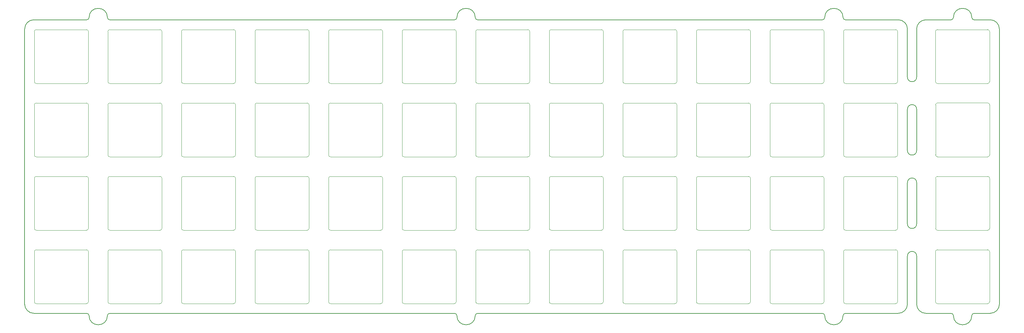
<source format=gbr>
G04 #@! TF.GenerationSoftware,KiCad,Pcbnew,(5.1.10-1-10_14)*
G04 #@! TF.CreationDate,2021-08-20T16:51:13-05:00*
G04 #@! TF.ProjectId,ori_top_plate,6f72695f-746f-4705-9f70-6c6174652e6b,rev?*
G04 #@! TF.SameCoordinates,Original*
G04 #@! TF.FileFunction,Profile,NP*
%FSLAX46Y46*%
G04 Gerber Fmt 4.6, Leading zero omitted, Abs format (unit mm)*
G04 Created by KiCad (PCBNEW (5.1.10-1-10_14)) date 2021-08-20 16:51:13*
%MOMM*%
%LPD*%
G01*
G04 APERTURE LIST*
G04 #@! TA.AperFunction,Profile*
%ADD10C,0.150000*%
G04 #@! TD*
G04 #@! TA.AperFunction,Profile*
%ADD11C,0.010000*%
G04 #@! TD*
G04 APERTURE END LIST*
D10*
X258392142Y-39873575D02*
G75*
G02*
X257796829Y-40468888I-595313J0D01*
G01*
X263749959Y-40468888D02*
G75*
G02*
X263154646Y-39873575I0J595313D01*
G01*
X353642222Y-39873575D02*
G75*
G02*
X353046909Y-40468888I-595313J0D01*
G01*
X359000039Y-40468888D02*
G75*
G02*
X358404726Y-39873575I0J595313D01*
G01*
X392337567Y-116668952D02*
X396505150Y-116669080D01*
X379836330Y-116669080D02*
X386384437Y-116668952D01*
X391742254Y-117264265D02*
G75*
G02*
X386979750Y-117264265I-2381252J0D01*
G01*
X391742254Y-117264265D02*
G75*
G02*
X392337567Y-116668952I595313J0D01*
G01*
X386384437Y-116668952D02*
G75*
G02*
X386979750Y-117264265I0J-595313D01*
G01*
X392337567Y-40468888D02*
X396505150Y-40468760D01*
X379836330Y-40468760D02*
X386384437Y-40468888D01*
X359000039Y-40468888D02*
X372692550Y-40468760D01*
X263749959Y-40468888D02*
X353046909Y-40468888D01*
X168499879Y-40468888D02*
X257796829Y-40468888D01*
X148854110Y-40468760D02*
X162546749Y-40468888D01*
X162546749Y-116668952D02*
X148854110Y-116669080D01*
X257796829Y-116668952D02*
X168499879Y-116668952D01*
X353046909Y-116668952D02*
X263749959Y-116668952D01*
X359000039Y-116668952D02*
X372692550Y-116669080D01*
X358404726Y-117264265D02*
G75*
G02*
X353642222Y-117264265I-2381252J0D01*
G01*
X358404726Y-117264265D02*
G75*
G02*
X359000039Y-116668952I595313J0D01*
G01*
X353046909Y-116668952D02*
G75*
G02*
X353642222Y-117264265I0J-595313D01*
G01*
X263154646Y-117264265D02*
G75*
G02*
X258392142Y-117264265I-2381252J0D01*
G01*
X263154646Y-117264265D02*
G75*
G02*
X263749959Y-116668952I595313J0D01*
G01*
X257796829Y-116668952D02*
G75*
G02*
X258392142Y-117264265I0J-595313D01*
G01*
X167904566Y-117264265D02*
G75*
G02*
X163142062Y-117264265I-2381252J0D01*
G01*
X167904566Y-117264265D02*
G75*
G02*
X168499879Y-116668952I595313J0D01*
G01*
X162546749Y-116668952D02*
G75*
G02*
X163142062Y-117264265I0J-595313D01*
G01*
X163142062Y-39873575D02*
G75*
G02*
X167904566Y-39873575I2381252J0D01*
G01*
X163142062Y-39873575D02*
G75*
G02*
X162546749Y-40468888I-595313J0D01*
G01*
X168499879Y-40468888D02*
G75*
G02*
X167904566Y-39873575I0J595313D01*
G01*
X258392142Y-39873575D02*
G75*
G02*
X263154646Y-39873575I2381252J0D01*
G01*
X353642222Y-39873575D02*
G75*
G02*
X358404726Y-39873575I2381252J0D01*
G01*
X386979750Y-39873575D02*
G75*
G02*
X386384437Y-40468888I-595313J0D01*
G01*
X392337567Y-40468888D02*
G75*
G02*
X391742254Y-39873575I0J595313D01*
G01*
X386979750Y-39873575D02*
G75*
G02*
X391742254Y-39873575I2381252J0D01*
G01*
X146472850Y-42850020D02*
X146472850Y-114287820D01*
X377455070Y-101786127D02*
X377455070Y-114287820D01*
X375073810Y-101786237D02*
X375073810Y-114287820D01*
X375073810Y-82736125D02*
X375073490Y-93451745D01*
X377455070Y-82736125D02*
X377455070Y-93451827D01*
X377455070Y-74401715D02*
X377454746Y-63686095D01*
X375073486Y-63686095D02*
X375073810Y-74401715D01*
X377455070Y-42850020D02*
X377455070Y-55351603D01*
X398886410Y-114287820D02*
X398886410Y-42850020D01*
X375073810Y-42850020D02*
X375073810Y-55351603D01*
X377455070Y-42850020D02*
G75*
G02*
X379836330Y-40468760I2381260J0D01*
G01*
X379836330Y-116669080D02*
G75*
G02*
X377455070Y-114287820I0J2381260D01*
G01*
X375073810Y-101786237D02*
G75*
G02*
X377455070Y-101786237I1190630J0D01*
G01*
X377455070Y-93451827D02*
G75*
G02*
X375073810Y-93451827I-1190630J0D01*
G01*
X375073810Y-82736125D02*
G75*
G02*
X377455070Y-82736125I1190630J0D01*
G01*
X377455070Y-74401715D02*
G75*
G02*
X375073810Y-74401715I-1190630J0D01*
G01*
X375073486Y-63686095D02*
G75*
G02*
X377454746Y-63686095I1190630J0D01*
G01*
X377455070Y-55351603D02*
G75*
G02*
X375073810Y-55351603I-1190630J0D01*
G01*
X396505150Y-40468760D02*
G75*
G02*
X398886410Y-42850020I0J-2381260D01*
G01*
X398886410Y-114287820D02*
G75*
G02*
X396505150Y-116669080I-2381260J0D01*
G01*
X372692550Y-40468760D02*
G75*
G02*
X375073810Y-42850020I0J-2381260D01*
G01*
X375073810Y-114287820D02*
G75*
G02*
X372692550Y-116669080I-2381260J0D01*
G01*
X148854110Y-116669080D02*
G75*
G02*
X146472850Y-114287820I0J2381260D01*
G01*
X146472850Y-42850020D02*
G75*
G02*
X148854110Y-40468760I2381260J0D01*
G01*
D11*
X396336010Y-113656700D02*
X396336010Y-100656700D01*
X382836010Y-114156700D02*
X395836010Y-114156700D01*
X382336010Y-100656700D02*
X382336010Y-113656700D01*
X395836010Y-100156700D02*
X382836010Y-100156700D01*
X396336010Y-113656700D02*
G75*
G02*
X395836010Y-114156700I-500000J0D01*
G01*
X382836010Y-114156700D02*
G75*
G02*
X382336010Y-113656700I0J500000D01*
G01*
X382336010Y-100656700D02*
G75*
G02*
X382836010Y-100156700I500000J0D01*
G01*
X395836010Y-100156700D02*
G75*
G02*
X396336010Y-100656700I0J-500000D01*
G01*
X396361002Y-94606620D02*
X396361002Y-81606620D01*
X382861002Y-95106620D02*
X395861002Y-95106620D01*
X382361002Y-81606620D02*
X382361002Y-94606620D01*
X395861002Y-81106620D02*
X382861002Y-81106620D01*
X396361002Y-94606620D02*
G75*
G02*
X395861002Y-95106620I-500000J0D01*
G01*
X382861002Y-95106620D02*
G75*
G02*
X382361002Y-94606620I0J500000D01*
G01*
X382361002Y-81606620D02*
G75*
G02*
X382861002Y-81106620I500000J0D01*
G01*
X395861002Y-81106620D02*
G75*
G02*
X396361002Y-81606620I0J-500000D01*
G01*
X396361370Y-75543880D02*
X396361370Y-62543880D01*
X382861370Y-76043880D02*
X395861370Y-76043880D01*
X382361370Y-62543880D02*
X382361370Y-75543880D01*
X395861370Y-62043880D02*
X382861370Y-62043880D01*
X396361370Y-75543880D02*
G75*
G02*
X395861370Y-76043880I-500000J0D01*
G01*
X382861370Y-76043880D02*
G75*
G02*
X382361370Y-75543880I0J500000D01*
G01*
X382361370Y-62543880D02*
G75*
G02*
X382861370Y-62043880I500000J0D01*
G01*
X395861370Y-62043880D02*
G75*
G02*
X396361370Y-62543880I0J-500000D01*
G01*
X396336010Y-56506460D02*
X396336010Y-43506460D01*
X382836010Y-57006460D02*
X395836010Y-57006460D01*
X382336010Y-43506460D02*
X382336010Y-56506460D01*
X395836010Y-43006460D02*
X382836010Y-43006460D01*
X396336010Y-56506460D02*
G75*
G02*
X395836010Y-57006460I-500000J0D01*
G01*
X382836010Y-57006460D02*
G75*
G02*
X382336010Y-56506460I0J500000D01*
G01*
X382336010Y-43506460D02*
G75*
G02*
X382836010Y-43006460I500000J0D01*
G01*
X395836010Y-43006460D02*
G75*
G02*
X396336010Y-43506460I0J-500000D01*
G01*
X372523410Y-113656700D02*
X372523410Y-100656700D01*
X359023410Y-114156700D02*
X372023410Y-114156700D01*
X358523410Y-100656700D02*
X358523410Y-113656700D01*
X372023410Y-100156700D02*
X359023410Y-100156700D01*
X372523410Y-113656700D02*
G75*
G02*
X372023410Y-114156700I-500000J0D01*
G01*
X359023410Y-114156700D02*
G75*
G02*
X358523410Y-113656700I0J500000D01*
G01*
X358523410Y-100656700D02*
G75*
G02*
X359023410Y-100156700I500000J0D01*
G01*
X372023410Y-100156700D02*
G75*
G02*
X372523410Y-100656700I0J-500000D01*
G01*
X353473330Y-113660000D02*
X353473330Y-100660000D01*
X339973330Y-114160000D02*
X352973330Y-114160000D01*
X339473330Y-100660000D02*
X339473330Y-113660000D01*
X352973330Y-100160000D02*
X339973330Y-100160000D01*
X353473330Y-113660000D02*
G75*
G02*
X352973330Y-114160000I-500000J0D01*
G01*
X339973330Y-114160000D02*
G75*
G02*
X339473330Y-113660000I0J500000D01*
G01*
X339473330Y-100660000D02*
G75*
G02*
X339973330Y-100160000I500000J0D01*
G01*
X352973330Y-100160000D02*
G75*
G02*
X353473330Y-100660000I0J-500000D01*
G01*
X334423250Y-113656700D02*
X334423250Y-100656700D01*
X320923250Y-114156700D02*
X333923250Y-114156700D01*
X320423250Y-100656700D02*
X320423250Y-113656700D01*
X333923250Y-100156700D02*
X320923250Y-100156700D01*
X334423250Y-113656700D02*
G75*
G02*
X333923250Y-114156700I-500000J0D01*
G01*
X320923250Y-114156700D02*
G75*
G02*
X320423250Y-113656700I0J500000D01*
G01*
X320423250Y-100656700D02*
G75*
G02*
X320923250Y-100156700I500000J0D01*
G01*
X333923250Y-100156700D02*
G75*
G02*
X334423250Y-100656700I0J-500000D01*
G01*
X315373170Y-113656700D02*
X315373170Y-100656700D01*
X301873170Y-114156700D02*
X314873170Y-114156700D01*
X301373170Y-100656700D02*
X301373170Y-113656700D01*
X314873170Y-100156700D02*
X301873170Y-100156700D01*
X315373170Y-113656700D02*
G75*
G02*
X314873170Y-114156700I-500000J0D01*
G01*
X301873170Y-114156700D02*
G75*
G02*
X301373170Y-113656700I0J500000D01*
G01*
X301373170Y-100656700D02*
G75*
G02*
X301873170Y-100156700I500000J0D01*
G01*
X314873170Y-100156700D02*
G75*
G02*
X315373170Y-100656700I0J-500000D01*
G01*
X296323090Y-113656700D02*
X296323090Y-100656700D01*
X282823090Y-114156700D02*
X295823090Y-114156700D01*
X282323090Y-100656700D02*
X282323090Y-113656700D01*
X295823090Y-100156700D02*
X282823090Y-100156700D01*
X296323090Y-113656700D02*
G75*
G02*
X295823090Y-114156700I-500000J0D01*
G01*
X282823090Y-114156700D02*
G75*
G02*
X282323090Y-113656700I0J500000D01*
G01*
X282323090Y-100656700D02*
G75*
G02*
X282823090Y-100156700I500000J0D01*
G01*
X295823090Y-100156700D02*
G75*
G02*
X296323090Y-100656700I0J-500000D01*
G01*
X277273010Y-113656700D02*
X277273010Y-100656700D01*
X263773010Y-114156700D02*
X276773010Y-114156700D01*
X263273010Y-100656700D02*
X263273010Y-113656700D01*
X276773010Y-100156700D02*
X263773010Y-100156700D01*
X277273010Y-113656700D02*
G75*
G02*
X276773010Y-114156700I-500000J0D01*
G01*
X263773010Y-114156700D02*
G75*
G02*
X263273010Y-113656700I0J500000D01*
G01*
X263273010Y-100656700D02*
G75*
G02*
X263773010Y-100156700I500000J0D01*
G01*
X276773010Y-100156700D02*
G75*
G02*
X277273010Y-100656700I0J-500000D01*
G01*
X258222930Y-113656700D02*
X258222930Y-100656700D01*
X244722930Y-114156700D02*
X257722930Y-114156700D01*
X244222930Y-100656700D02*
X244222930Y-113656700D01*
X257722930Y-100156700D02*
X244722930Y-100156700D01*
X258222930Y-113656700D02*
G75*
G02*
X257722930Y-114156700I-500000J0D01*
G01*
X244722930Y-114156700D02*
G75*
G02*
X244222930Y-113656700I0J500000D01*
G01*
X244222930Y-100656700D02*
G75*
G02*
X244722930Y-100156700I500000J0D01*
G01*
X257722930Y-100156700D02*
G75*
G02*
X258222930Y-100656700I0J-500000D01*
G01*
X239172850Y-113656700D02*
X239172850Y-100656700D01*
X225672850Y-114156700D02*
X238672850Y-114156700D01*
X225172850Y-100656700D02*
X225172850Y-113656700D01*
X238672850Y-100156700D02*
X225672850Y-100156700D01*
X239172850Y-113656700D02*
G75*
G02*
X238672850Y-114156700I-500000J0D01*
G01*
X225672850Y-114156700D02*
G75*
G02*
X225172850Y-113656700I0J500000D01*
G01*
X225172850Y-100656700D02*
G75*
G02*
X225672850Y-100156700I500000J0D01*
G01*
X238672850Y-100156700D02*
G75*
G02*
X239172850Y-100656700I0J-500000D01*
G01*
X220122770Y-113656700D02*
X220122770Y-100656700D01*
X206622770Y-114156700D02*
X219622770Y-114156700D01*
X206122770Y-100656700D02*
X206122770Y-113656700D01*
X219622770Y-100156700D02*
X206622770Y-100156700D01*
X220122770Y-113656700D02*
G75*
G02*
X219622770Y-114156700I-500000J0D01*
G01*
X206622770Y-114156700D02*
G75*
G02*
X206122770Y-113656700I0J500000D01*
G01*
X206122770Y-100656700D02*
G75*
G02*
X206622770Y-100156700I500000J0D01*
G01*
X219622770Y-100156700D02*
G75*
G02*
X220122770Y-100656700I0J-500000D01*
G01*
X201072690Y-113656700D02*
X201072690Y-100656700D01*
X187572690Y-114156700D02*
X200572690Y-114156700D01*
X187072690Y-100656700D02*
X187072690Y-113656700D01*
X200572690Y-100156700D02*
X187572690Y-100156700D01*
X201072690Y-113656700D02*
G75*
G02*
X200572690Y-114156700I-500000J0D01*
G01*
X187572690Y-114156700D02*
G75*
G02*
X187072690Y-113656700I0J500000D01*
G01*
X187072690Y-100656700D02*
G75*
G02*
X187572690Y-100156700I500000J0D01*
G01*
X200572690Y-100156700D02*
G75*
G02*
X201072690Y-100656700I0J-500000D01*
G01*
X182022610Y-113656700D02*
X182022610Y-100656700D01*
X168522610Y-114156700D02*
X181522610Y-114156700D01*
X168022610Y-100656700D02*
X168022610Y-113656700D01*
X181522610Y-100156700D02*
X168522610Y-100156700D01*
X182022610Y-113656700D02*
G75*
G02*
X181522610Y-114156700I-500000J0D01*
G01*
X168522610Y-114156700D02*
G75*
G02*
X168022610Y-113656700I0J500000D01*
G01*
X168022610Y-100656700D02*
G75*
G02*
X168522610Y-100156700I500000J0D01*
G01*
X181522610Y-100156700D02*
G75*
G02*
X182022610Y-100656700I0J-500000D01*
G01*
X162972530Y-113656700D02*
X162972530Y-100656700D01*
X149472530Y-114156700D02*
X162472530Y-114156700D01*
X148972530Y-100656700D02*
X148972530Y-113656700D01*
X162472530Y-100156700D02*
X149472530Y-100156700D01*
X162972530Y-113656700D02*
G75*
G02*
X162472530Y-114156700I-500000J0D01*
G01*
X149472530Y-114156700D02*
G75*
G02*
X148972530Y-113656700I0J500000D01*
G01*
X148972530Y-100656700D02*
G75*
G02*
X149472530Y-100156700I500000J0D01*
G01*
X162472530Y-100156700D02*
G75*
G02*
X162972530Y-100656700I0J-500000D01*
G01*
X372523410Y-94606620D02*
X372523410Y-81606620D01*
X359023410Y-95106620D02*
X372023410Y-95106620D01*
X358523410Y-81606620D02*
X358523410Y-94606620D01*
X372023410Y-81106620D02*
X359023410Y-81106620D01*
X372523410Y-94606620D02*
G75*
G02*
X372023410Y-95106620I-500000J0D01*
G01*
X359023410Y-95106620D02*
G75*
G02*
X358523410Y-94606620I0J500000D01*
G01*
X358523410Y-81606620D02*
G75*
G02*
X359023410Y-81106620I500000J0D01*
G01*
X372023410Y-81106620D02*
G75*
G02*
X372523410Y-81606620I0J-500000D01*
G01*
X353473330Y-94606620D02*
X353473330Y-81606620D01*
X339973330Y-95106620D02*
X352973330Y-95106620D01*
X339473330Y-81606620D02*
X339473330Y-94606620D01*
X352973330Y-81106620D02*
X339973330Y-81106620D01*
X353473330Y-94606620D02*
G75*
G02*
X352973330Y-95106620I-500000J0D01*
G01*
X339973330Y-95106620D02*
G75*
G02*
X339473330Y-94606620I0J500000D01*
G01*
X339473330Y-81606620D02*
G75*
G02*
X339973330Y-81106620I500000J0D01*
G01*
X352973330Y-81106620D02*
G75*
G02*
X353473330Y-81606620I0J-500000D01*
G01*
X334423250Y-94606620D02*
X334423250Y-81606620D01*
X320923250Y-95106620D02*
X333923250Y-95106620D01*
X320423250Y-81606620D02*
X320423250Y-94606620D01*
X333923250Y-81106620D02*
X320923250Y-81106620D01*
X334423250Y-94606620D02*
G75*
G02*
X333923250Y-95106620I-500000J0D01*
G01*
X320923250Y-95106620D02*
G75*
G02*
X320423250Y-94606620I0J500000D01*
G01*
X320423250Y-81606620D02*
G75*
G02*
X320923250Y-81106620I500000J0D01*
G01*
X333923250Y-81106620D02*
G75*
G02*
X334423250Y-81606620I0J-500000D01*
G01*
X315373170Y-94606620D02*
X315373170Y-81606620D01*
X301873170Y-95106620D02*
X314873170Y-95106620D01*
X301373170Y-81606620D02*
X301373170Y-94606620D01*
X314873170Y-81106620D02*
X301873170Y-81106620D01*
X315373170Y-94606620D02*
G75*
G02*
X314873170Y-95106620I-500000J0D01*
G01*
X301873170Y-95106620D02*
G75*
G02*
X301373170Y-94606620I0J500000D01*
G01*
X301373170Y-81606620D02*
G75*
G02*
X301873170Y-81106620I500000J0D01*
G01*
X314873170Y-81106620D02*
G75*
G02*
X315373170Y-81606620I0J-500000D01*
G01*
X296323090Y-94606620D02*
X296323090Y-81606620D01*
X282823090Y-95106620D02*
X295823090Y-95106620D01*
X282323090Y-81606620D02*
X282323090Y-94606620D01*
X295823090Y-81106620D02*
X282823090Y-81106620D01*
X296323090Y-94606620D02*
G75*
G02*
X295823090Y-95106620I-500000J0D01*
G01*
X282823090Y-95106620D02*
G75*
G02*
X282323090Y-94606620I0J500000D01*
G01*
X282323090Y-81606620D02*
G75*
G02*
X282823090Y-81106620I500000J0D01*
G01*
X295823090Y-81106620D02*
G75*
G02*
X296323090Y-81606620I0J-500000D01*
G01*
X277273010Y-94606620D02*
X277273010Y-81606620D01*
X263773010Y-95106620D02*
X276773010Y-95106620D01*
X263273010Y-81606620D02*
X263273010Y-94606620D01*
X276773010Y-81106620D02*
X263773010Y-81106620D01*
X277273010Y-94606620D02*
G75*
G02*
X276773010Y-95106620I-500000J0D01*
G01*
X263773010Y-95106620D02*
G75*
G02*
X263273010Y-94606620I0J500000D01*
G01*
X263273010Y-81606620D02*
G75*
G02*
X263773010Y-81106620I500000J0D01*
G01*
X276773010Y-81106620D02*
G75*
G02*
X277273010Y-81606620I0J-500000D01*
G01*
X258222930Y-94606620D02*
X258222930Y-81606620D01*
X244722930Y-95106620D02*
X257722930Y-95106620D01*
X244222930Y-81606620D02*
X244222930Y-94606620D01*
X257722930Y-81106620D02*
X244722930Y-81106620D01*
X258222930Y-94606620D02*
G75*
G02*
X257722930Y-95106620I-500000J0D01*
G01*
X244722930Y-95106620D02*
G75*
G02*
X244222930Y-94606620I0J500000D01*
G01*
X244222930Y-81606620D02*
G75*
G02*
X244722930Y-81106620I500000J0D01*
G01*
X257722930Y-81106620D02*
G75*
G02*
X258222930Y-81606620I0J-500000D01*
G01*
X239172850Y-94606620D02*
X239172850Y-81606620D01*
X225672850Y-95106620D02*
X238672850Y-95106620D01*
X225172850Y-81606620D02*
X225172850Y-94606620D01*
X238672850Y-81106620D02*
X225672850Y-81106620D01*
X239172850Y-94606620D02*
G75*
G02*
X238672850Y-95106620I-500000J0D01*
G01*
X225672850Y-95106620D02*
G75*
G02*
X225172850Y-94606620I0J500000D01*
G01*
X225172850Y-81606620D02*
G75*
G02*
X225672850Y-81106620I500000J0D01*
G01*
X238672850Y-81106620D02*
G75*
G02*
X239172850Y-81606620I0J-500000D01*
G01*
X220122770Y-94606620D02*
X220122770Y-81606620D01*
X206622770Y-95106620D02*
X219622770Y-95106620D01*
X206122770Y-81606620D02*
X206122770Y-94606620D01*
X219622770Y-81106620D02*
X206622770Y-81106620D01*
X220122770Y-94606620D02*
G75*
G02*
X219622770Y-95106620I-500000J0D01*
G01*
X206622770Y-95106620D02*
G75*
G02*
X206122770Y-94606620I0J500000D01*
G01*
X206122770Y-81606620D02*
G75*
G02*
X206622770Y-81106620I500000J0D01*
G01*
X219622770Y-81106620D02*
G75*
G02*
X220122770Y-81606620I0J-500000D01*
G01*
X201072690Y-94606620D02*
X201072690Y-81606620D01*
X187572690Y-95106620D02*
X200572690Y-95106620D01*
X187072690Y-81606620D02*
X187072690Y-94606620D01*
X200572690Y-81106620D02*
X187572690Y-81106620D01*
X201072690Y-94606620D02*
G75*
G02*
X200572690Y-95106620I-500000J0D01*
G01*
X187572690Y-95106620D02*
G75*
G02*
X187072690Y-94606620I0J500000D01*
G01*
X187072690Y-81606620D02*
G75*
G02*
X187572690Y-81106620I500000J0D01*
G01*
X200572690Y-81106620D02*
G75*
G02*
X201072690Y-81606620I0J-500000D01*
G01*
X182022610Y-94606620D02*
X182022610Y-81606620D01*
X168522610Y-95106620D02*
X181522610Y-95106620D01*
X168022610Y-81606620D02*
X168022610Y-94606620D01*
X181522610Y-81106620D02*
X168522610Y-81106620D01*
X182022610Y-94606620D02*
G75*
G02*
X181522610Y-95106620I-500000J0D01*
G01*
X168522610Y-95106620D02*
G75*
G02*
X168022610Y-94606620I0J500000D01*
G01*
X168022610Y-81606620D02*
G75*
G02*
X168522610Y-81106620I500000J0D01*
G01*
X181522610Y-81106620D02*
G75*
G02*
X182022610Y-81606620I0J-500000D01*
G01*
X162972530Y-94606620D02*
X162972530Y-81606620D01*
X149472530Y-95106620D02*
X162472530Y-95106620D01*
X148972530Y-81606620D02*
X148972530Y-94606620D01*
X162472530Y-81106620D02*
X149472530Y-81106620D01*
X162972530Y-94606620D02*
G75*
G02*
X162472530Y-95106620I-500000J0D01*
G01*
X149472530Y-95106620D02*
G75*
G02*
X148972530Y-94606620I0J500000D01*
G01*
X148972530Y-81606620D02*
G75*
G02*
X149472530Y-81106620I500000J0D01*
G01*
X162472530Y-81106620D02*
G75*
G02*
X162972530Y-81606620I0J-500000D01*
G01*
X372523410Y-75556540D02*
X372523410Y-62556540D01*
X359023410Y-76056540D02*
X372023410Y-76056540D01*
X358523410Y-62556540D02*
X358523410Y-75556540D01*
X372023410Y-62056540D02*
X359023410Y-62056540D01*
X372523410Y-75556540D02*
G75*
G02*
X372023410Y-76056540I-500000J0D01*
G01*
X359023410Y-76056540D02*
G75*
G02*
X358523410Y-75556540I0J500000D01*
G01*
X358523410Y-62556540D02*
G75*
G02*
X359023410Y-62056540I500000J0D01*
G01*
X372023410Y-62056540D02*
G75*
G02*
X372523410Y-62556540I0J-500000D01*
G01*
X353473330Y-75556540D02*
X353473330Y-62556540D01*
X339973330Y-76056540D02*
X352973330Y-76056540D01*
X339473330Y-62556540D02*
X339473330Y-75556540D01*
X352973330Y-62056540D02*
X339973330Y-62056540D01*
X353473330Y-75556540D02*
G75*
G02*
X352973330Y-76056540I-500000J0D01*
G01*
X339973330Y-76056540D02*
G75*
G02*
X339473330Y-75556540I0J500000D01*
G01*
X339473330Y-62556540D02*
G75*
G02*
X339973330Y-62056540I500000J0D01*
G01*
X352973330Y-62056540D02*
G75*
G02*
X353473330Y-62556540I0J-500000D01*
G01*
X334423250Y-75556540D02*
X334423250Y-62556540D01*
X320923250Y-76056540D02*
X333923250Y-76056540D01*
X320423250Y-62556540D02*
X320423250Y-75556540D01*
X333923250Y-62056540D02*
X320923250Y-62056540D01*
X334423250Y-75556540D02*
G75*
G02*
X333923250Y-76056540I-500000J0D01*
G01*
X320923250Y-76056540D02*
G75*
G02*
X320423250Y-75556540I0J500000D01*
G01*
X320423250Y-62556540D02*
G75*
G02*
X320923250Y-62056540I500000J0D01*
G01*
X333923250Y-62056540D02*
G75*
G02*
X334423250Y-62556540I0J-500000D01*
G01*
X315373170Y-75556540D02*
X315373170Y-62556540D01*
X301873170Y-76056540D02*
X314873170Y-76056540D01*
X301373170Y-62556540D02*
X301373170Y-75556540D01*
X314873170Y-62056540D02*
X301873170Y-62056540D01*
X315373170Y-75556540D02*
G75*
G02*
X314873170Y-76056540I-500000J0D01*
G01*
X301873170Y-76056540D02*
G75*
G02*
X301373170Y-75556540I0J500000D01*
G01*
X301373170Y-62556540D02*
G75*
G02*
X301873170Y-62056540I500000J0D01*
G01*
X314873170Y-62056540D02*
G75*
G02*
X315373170Y-62556540I0J-500000D01*
G01*
X296323090Y-75556540D02*
X296323090Y-62556540D01*
X282823090Y-76056540D02*
X295823090Y-76056540D01*
X282323090Y-62556540D02*
X282323090Y-75556540D01*
X295823090Y-62056540D02*
X282823090Y-62056540D01*
X296323090Y-75556540D02*
G75*
G02*
X295823090Y-76056540I-500000J0D01*
G01*
X282823090Y-76056540D02*
G75*
G02*
X282323090Y-75556540I0J500000D01*
G01*
X282323090Y-62556540D02*
G75*
G02*
X282823090Y-62056540I500000J0D01*
G01*
X295823090Y-62056540D02*
G75*
G02*
X296323090Y-62556540I0J-500000D01*
G01*
X277273010Y-75556540D02*
X277273010Y-62556540D01*
X263773010Y-76056540D02*
X276773010Y-76056540D01*
X263273010Y-62556540D02*
X263273010Y-75556540D01*
X276773010Y-62056540D02*
X263773010Y-62056540D01*
X277273010Y-75556540D02*
G75*
G02*
X276773010Y-76056540I-500000J0D01*
G01*
X263773010Y-76056540D02*
G75*
G02*
X263273010Y-75556540I0J500000D01*
G01*
X263273010Y-62556540D02*
G75*
G02*
X263773010Y-62056540I500000J0D01*
G01*
X276773010Y-62056540D02*
G75*
G02*
X277273010Y-62556540I0J-500000D01*
G01*
X258222930Y-75556540D02*
X258222930Y-62556540D01*
X244722930Y-76056540D02*
X257722930Y-76056540D01*
X244222930Y-62556540D02*
X244222930Y-75556540D01*
X257722930Y-62056540D02*
X244722930Y-62056540D01*
X258222930Y-75556540D02*
G75*
G02*
X257722930Y-76056540I-500000J0D01*
G01*
X244722930Y-76056540D02*
G75*
G02*
X244222930Y-75556540I0J500000D01*
G01*
X244222930Y-62556540D02*
G75*
G02*
X244722930Y-62056540I500000J0D01*
G01*
X257722930Y-62056540D02*
G75*
G02*
X258222930Y-62556540I0J-500000D01*
G01*
X239172850Y-75556540D02*
X239172850Y-62556540D01*
X225672850Y-76056540D02*
X238672850Y-76056540D01*
X225172850Y-62556540D02*
X225172850Y-75556540D01*
X238672850Y-62056540D02*
X225672850Y-62056540D01*
X239172850Y-75556540D02*
G75*
G02*
X238672850Y-76056540I-500000J0D01*
G01*
X225672850Y-76056540D02*
G75*
G02*
X225172850Y-75556540I0J500000D01*
G01*
X225172850Y-62556540D02*
G75*
G02*
X225672850Y-62056540I500000J0D01*
G01*
X238672850Y-62056540D02*
G75*
G02*
X239172850Y-62556540I0J-500000D01*
G01*
X220122770Y-75556540D02*
X220122770Y-62556540D01*
X206622770Y-76056540D02*
X219622770Y-76056540D01*
X206122770Y-62556540D02*
X206122770Y-75556540D01*
X219622770Y-62056540D02*
X206622770Y-62056540D01*
X220122770Y-75556540D02*
G75*
G02*
X219622770Y-76056540I-500000J0D01*
G01*
X206622770Y-76056540D02*
G75*
G02*
X206122770Y-75556540I0J500000D01*
G01*
X206122770Y-62556540D02*
G75*
G02*
X206622770Y-62056540I500000J0D01*
G01*
X219622770Y-62056540D02*
G75*
G02*
X220122770Y-62556540I0J-500000D01*
G01*
X201072690Y-75556540D02*
X201072690Y-62556540D01*
X187572690Y-76056540D02*
X200572690Y-76056540D01*
X187072690Y-62556540D02*
X187072690Y-75556540D01*
X200572690Y-62056540D02*
X187572690Y-62056540D01*
X201072690Y-75556540D02*
G75*
G02*
X200572690Y-76056540I-500000J0D01*
G01*
X187572690Y-76056540D02*
G75*
G02*
X187072690Y-75556540I0J500000D01*
G01*
X187072690Y-62556540D02*
G75*
G02*
X187572690Y-62056540I500000J0D01*
G01*
X200572690Y-62056540D02*
G75*
G02*
X201072690Y-62556540I0J-500000D01*
G01*
X182022610Y-75556540D02*
X182022610Y-62556540D01*
X168522610Y-76056540D02*
X181522610Y-76056540D01*
X168022610Y-62556540D02*
X168022610Y-75556540D01*
X181522610Y-62056540D02*
X168522610Y-62056540D01*
X182022610Y-75556540D02*
G75*
G02*
X181522610Y-76056540I-500000J0D01*
G01*
X168522610Y-76056540D02*
G75*
G02*
X168022610Y-75556540I0J500000D01*
G01*
X168022610Y-62556540D02*
G75*
G02*
X168522610Y-62056540I500000J0D01*
G01*
X181522610Y-62056540D02*
G75*
G02*
X182022610Y-62556540I0J-500000D01*
G01*
X162972530Y-75556540D02*
X162972530Y-62556540D01*
X149472530Y-76056540D02*
X162472530Y-76056540D01*
X148972530Y-62556540D02*
X148972530Y-75556540D01*
X162472530Y-62056540D02*
X149472530Y-62056540D01*
X162972530Y-75556540D02*
G75*
G02*
X162472530Y-76056540I-500000J0D01*
G01*
X149472530Y-76056540D02*
G75*
G02*
X148972530Y-75556540I0J500000D01*
G01*
X148972530Y-62556540D02*
G75*
G02*
X149472530Y-62056540I500000J0D01*
G01*
X162472530Y-62056540D02*
G75*
G02*
X162972530Y-62556540I0J-500000D01*
G01*
X372523410Y-56506460D02*
X372523410Y-43506460D01*
X359023410Y-57006460D02*
X372023410Y-57006460D01*
X358523410Y-43506460D02*
X358523410Y-56506460D01*
X372023410Y-43006460D02*
X359023410Y-43006460D01*
X372523410Y-56506460D02*
G75*
G02*
X372023410Y-57006460I-500000J0D01*
G01*
X359023410Y-57006460D02*
G75*
G02*
X358523410Y-56506460I0J500000D01*
G01*
X358523410Y-43506460D02*
G75*
G02*
X359023410Y-43006460I500000J0D01*
G01*
X372023410Y-43006460D02*
G75*
G02*
X372523410Y-43506460I0J-500000D01*
G01*
X353473330Y-56506460D02*
X353473330Y-43506460D01*
X339973330Y-57006460D02*
X352973330Y-57006460D01*
X339473330Y-43506460D02*
X339473330Y-56506460D01*
X352973330Y-43006460D02*
X339973330Y-43006460D01*
X353473330Y-56506460D02*
G75*
G02*
X352973330Y-57006460I-500000J0D01*
G01*
X339973330Y-57006460D02*
G75*
G02*
X339473330Y-56506460I0J500000D01*
G01*
X339473330Y-43506460D02*
G75*
G02*
X339973330Y-43006460I500000J0D01*
G01*
X352973330Y-43006460D02*
G75*
G02*
X353473330Y-43506460I0J-500000D01*
G01*
X334423250Y-56506460D02*
X334423250Y-43506460D01*
X320923250Y-57006460D02*
X333923250Y-57006460D01*
X320423250Y-43506460D02*
X320423250Y-56506460D01*
X333923250Y-43006460D02*
X320923250Y-43006460D01*
X334423250Y-56506460D02*
G75*
G02*
X333923250Y-57006460I-500000J0D01*
G01*
X320923250Y-57006460D02*
G75*
G02*
X320423250Y-56506460I0J500000D01*
G01*
X320423250Y-43506460D02*
G75*
G02*
X320923250Y-43006460I500000J0D01*
G01*
X333923250Y-43006460D02*
G75*
G02*
X334423250Y-43506460I0J-500000D01*
G01*
X315373170Y-56506460D02*
X315373170Y-43506460D01*
X301873170Y-57006460D02*
X314873170Y-57006460D01*
X301373170Y-43506460D02*
X301373170Y-56506460D01*
X314873170Y-43006460D02*
X301873170Y-43006460D01*
X315373170Y-56506460D02*
G75*
G02*
X314873170Y-57006460I-500000J0D01*
G01*
X301873170Y-57006460D02*
G75*
G02*
X301373170Y-56506460I0J500000D01*
G01*
X301373170Y-43506460D02*
G75*
G02*
X301873170Y-43006460I500000J0D01*
G01*
X314873170Y-43006460D02*
G75*
G02*
X315373170Y-43506460I0J-500000D01*
G01*
X296323090Y-56506460D02*
X296323090Y-43506460D01*
X282823090Y-57006460D02*
X295823090Y-57006460D01*
X282323090Y-43506460D02*
X282323090Y-56506460D01*
X295823090Y-43006460D02*
X282823090Y-43006460D01*
X296323090Y-56506460D02*
G75*
G02*
X295823090Y-57006460I-500000J0D01*
G01*
X282823090Y-57006460D02*
G75*
G02*
X282323090Y-56506460I0J500000D01*
G01*
X282323090Y-43506460D02*
G75*
G02*
X282823090Y-43006460I500000J0D01*
G01*
X295823090Y-43006460D02*
G75*
G02*
X296323090Y-43506460I0J-500000D01*
G01*
X277273010Y-56506460D02*
X277273010Y-43506460D01*
X263773010Y-57006460D02*
X276773010Y-57006460D01*
X263273010Y-43506460D02*
X263273010Y-56506460D01*
X276773010Y-43006460D02*
X263773010Y-43006460D01*
X277273010Y-56506460D02*
G75*
G02*
X276773010Y-57006460I-500000J0D01*
G01*
X263773010Y-57006460D02*
G75*
G02*
X263273010Y-56506460I0J500000D01*
G01*
X263273010Y-43506460D02*
G75*
G02*
X263773010Y-43006460I500000J0D01*
G01*
X276773010Y-43006460D02*
G75*
G02*
X277273010Y-43506460I0J-500000D01*
G01*
X258222930Y-56506460D02*
X258222930Y-43506460D01*
X244722930Y-57006460D02*
X257722930Y-57006460D01*
X244222930Y-43506460D02*
X244222930Y-56506460D01*
X257722930Y-43006460D02*
X244722930Y-43006460D01*
X258222930Y-56506460D02*
G75*
G02*
X257722930Y-57006460I-500000J0D01*
G01*
X244722930Y-57006460D02*
G75*
G02*
X244222930Y-56506460I0J500000D01*
G01*
X244222930Y-43506460D02*
G75*
G02*
X244722930Y-43006460I500000J0D01*
G01*
X257722930Y-43006460D02*
G75*
G02*
X258222930Y-43506460I0J-500000D01*
G01*
X239172850Y-56506460D02*
X239172850Y-43506460D01*
X225672850Y-57006460D02*
X238672850Y-57006460D01*
X225172850Y-43506460D02*
X225172850Y-56506460D01*
X238672850Y-43006460D02*
X225672850Y-43006460D01*
X239172850Y-56506460D02*
G75*
G02*
X238672850Y-57006460I-500000J0D01*
G01*
X225672850Y-57006460D02*
G75*
G02*
X225172850Y-56506460I0J500000D01*
G01*
X225172850Y-43506460D02*
G75*
G02*
X225672850Y-43006460I500000J0D01*
G01*
X238672850Y-43006460D02*
G75*
G02*
X239172850Y-43506460I0J-500000D01*
G01*
X220122770Y-56506460D02*
X220122770Y-43506460D01*
X206622770Y-57006460D02*
X219622770Y-57006460D01*
X206122770Y-43506460D02*
X206122770Y-56506460D01*
X219622770Y-43006460D02*
X206622770Y-43006460D01*
X220122770Y-56506460D02*
G75*
G02*
X219622770Y-57006460I-500000J0D01*
G01*
X206622770Y-57006460D02*
G75*
G02*
X206122770Y-56506460I0J500000D01*
G01*
X206122770Y-43506460D02*
G75*
G02*
X206622770Y-43006460I500000J0D01*
G01*
X219622770Y-43006460D02*
G75*
G02*
X220122770Y-43506460I0J-500000D01*
G01*
X201072690Y-56506460D02*
X201072690Y-43506460D01*
X187572690Y-57006460D02*
X200572690Y-57006460D01*
X187072690Y-43506460D02*
X187072690Y-56506460D01*
X200572690Y-43006460D02*
X187572690Y-43006460D01*
X201072690Y-56506460D02*
G75*
G02*
X200572690Y-57006460I-500000J0D01*
G01*
X187572690Y-57006460D02*
G75*
G02*
X187072690Y-56506460I0J500000D01*
G01*
X187072690Y-43506460D02*
G75*
G02*
X187572690Y-43006460I500000J0D01*
G01*
X200572690Y-43006460D02*
G75*
G02*
X201072690Y-43506460I0J-500000D01*
G01*
X182022610Y-56506460D02*
X182022610Y-43506460D01*
X168522610Y-57006460D02*
X181522610Y-57006460D01*
X168022610Y-43506460D02*
X168022610Y-56506460D01*
X181522610Y-43006460D02*
X168522610Y-43006460D01*
X182022610Y-56506460D02*
G75*
G02*
X181522610Y-57006460I-500000J0D01*
G01*
X168522610Y-57006460D02*
G75*
G02*
X168022610Y-56506460I0J500000D01*
G01*
X168022610Y-43506460D02*
G75*
G02*
X168522610Y-43006460I500000J0D01*
G01*
X181522610Y-43006460D02*
G75*
G02*
X182022610Y-43506460I0J-500000D01*
G01*
X162972530Y-56506460D02*
X162972530Y-43506460D01*
X149472530Y-57006460D02*
X162472530Y-57006460D01*
X148972530Y-43506460D02*
X148972530Y-56506460D01*
X162472530Y-43006460D02*
X149472530Y-43006460D01*
X162972530Y-56506460D02*
G75*
G02*
X162472530Y-57006460I-500000J0D01*
G01*
X149472530Y-57006460D02*
G75*
G02*
X148972530Y-56506460I0J500000D01*
G01*
X148972530Y-43506460D02*
G75*
G02*
X149472530Y-43006460I500000J0D01*
G01*
X162472530Y-43006460D02*
G75*
G02*
X162972530Y-43506460I0J-500000D01*
G01*
M02*

</source>
